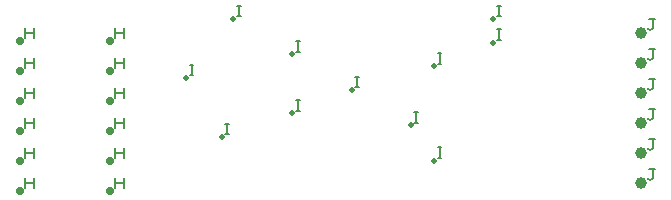
<source format=gbr>
G04 GENERATED BY PULSONIX 8.5 GERBER.DLL 5902*
G04 #@! TF.Part,Single*
%INPLATINE_1_NEW*%
%LNDRILL DRAWING*%
%FSLAX35Y35*%
%LPD*%
%MOIN*%
%ADD27C,0.00500*%
G04 #@! TA.AperFunction,ViaPad*
%ADD83C,0.01969*%
G04 #@! TA.AperFunction,ComponentPad*
%ADD84C,0.03900*%
%ADD92C,0.02756*%
X0Y0D02*
D02*
D27*
X51987Y52665D02*
X51987Y56194D01*
Y54430D02*
X54928Y54430D01*
Y52665D02*
X54928Y56194D01*
X51987Y62665D02*
X51987Y66194D01*
Y64430D02*
X54928Y64430D01*
Y62665D02*
X54928Y66194D01*
X51987Y72665D02*
X51987Y76194D01*
Y74430D02*
X54928Y74430D01*
Y72665D02*
X54928Y76194D01*
X51987Y82665D02*
X51987Y86194D01*
Y84430D02*
X54928Y84430D01*
Y82665D02*
X54928Y86194D01*
X51987Y92665D02*
X51987Y96194D01*
Y94430D02*
X54928Y94430D01*
Y92665D02*
X54928Y96194D01*
X51987Y102665D02*
X51987Y106194D01*
Y104430D02*
X54928Y104430D01*
Y102665D02*
X54928Y106194D01*
X81987Y52665D02*
X81987Y56194D01*
Y54430D02*
X84928Y54430D01*
Y52665D02*
X84928Y56194D01*
X81987Y62665D02*
X81987Y66194D01*
Y64430D02*
X84928Y64430D01*
Y62665D02*
X84928Y66194D01*
X81987Y72665D02*
X81987Y76194D01*
Y74430D02*
X84928Y74430D01*
Y72665D02*
X84928Y76194D01*
X81987Y82665D02*
X81987Y86194D01*
Y84430D02*
X84928Y84430D01*
Y82665D02*
X84928Y86194D01*
X81987Y92665D02*
X81987Y96194D01*
Y94430D02*
X84928Y94430D01*
Y92665D02*
X84928Y96194D01*
X81987Y102665D02*
X81987Y106194D01*
Y104430D02*
X84928Y104430D01*
Y102665D02*
X84928Y106194D01*
X106947Y90372D02*
X108124Y90372D01*
X107536D02*
X107536Y93901D01*
X106947D02*
X108124Y93901D01*
X118758Y70686D02*
X119935Y70686D01*
X119347D02*
X119347Y74216D01*
X118758D02*
X119935Y74216D01*
X122695Y110057D02*
X123872Y110057D01*
X123284D02*
X123284Y113586D01*
X122695D02*
X123872Y113586D01*
X142381Y78561D02*
X143557Y78561D01*
X142969D02*
X142969Y82090D01*
X142381D02*
X143557Y82090D01*
X142381Y98246D02*
X143557Y98246D01*
X142969D02*
X142969Y101775D01*
X142381D02*
X143557Y101775D01*
X162066Y86435D02*
X163242Y86435D01*
X162654D02*
X162654Y89964D01*
X162066D02*
X163242Y89964D01*
X181751Y74624D02*
X182927Y74624D01*
X182339D02*
X182339Y78153D01*
X181751D02*
X182927Y78153D01*
X189625Y62812D02*
X190801Y62812D01*
X190213D02*
X190213Y66342D01*
X189625D02*
X190801Y66342D01*
X189625Y94309D02*
X190801Y94309D01*
X190213D02*
X190213Y97838D01*
X189625D02*
X190801Y97838D01*
X209310Y102183D02*
X210486Y102183D01*
X209898D02*
X209898Y105712D01*
X209310D02*
X210486Y105712D01*
X209310Y110057D02*
X210486Y110057D01*
X209898D02*
X209898Y113586D01*
X209310D02*
X210486Y113586D01*
X259488Y56117D02*
X259782Y55823D01*
X260370Y55529*
X260959Y55823*
X261253Y56117*
Y59058*
X261841*
X261253D02*
X260076Y59058D01*
X259488Y66117D02*
X259782Y65823D01*
X260370Y65529*
X260959Y65823*
X261253Y66117*
Y69058*
X261841*
X261253D02*
X260076Y69058D01*
X259488Y76117D02*
X259782Y75823D01*
X260370Y75529*
X260959Y75823*
X261253Y76117*
Y79058*
X261841*
X261253D02*
X260076Y79058D01*
X259488Y86117D02*
X259782Y85823D01*
X260370Y85529*
X260959Y85823*
X261253Y86117*
Y89058*
X261841*
X261253D02*
X260076Y89058D01*
X259488Y96117D02*
X259782Y95823D01*
X260370Y95529*
X260959Y95823*
X261253Y96117*
Y99058*
X261841*
X261253D02*
X260076Y99058D01*
X259488Y106117D02*
X259782Y105823D01*
X260370Y105529*
X260959Y105823*
X261253Y106117*
Y109058*
X261841*
X261253D02*
X260076Y109058D01*
D02*
D83*
X105713Y89489D03*
X117524Y69804D03*
X121461Y109174D03*
X141146Y77678D03*
Y97363D03*
X160831Y85552D03*
X180516Y73741D03*
X188390Y61930D03*
Y93426D03*
X208075Y101300D03*
Y109174D03*
D02*
D84*
X257288Y54647D03*
Y64647D03*
Y74647D03*
Y84647D03*
Y94647D03*
Y104647D03*
D02*
D92*
X50359Y51782D03*
Y61782D03*
Y71782D03*
Y81782D03*
Y91782D03*
Y101782D03*
X80359Y51782D03*
Y61782D03*
Y71782D03*
Y81782D03*
Y91782D03*
Y101782D03*
X0Y0D02*
M02*

</source>
